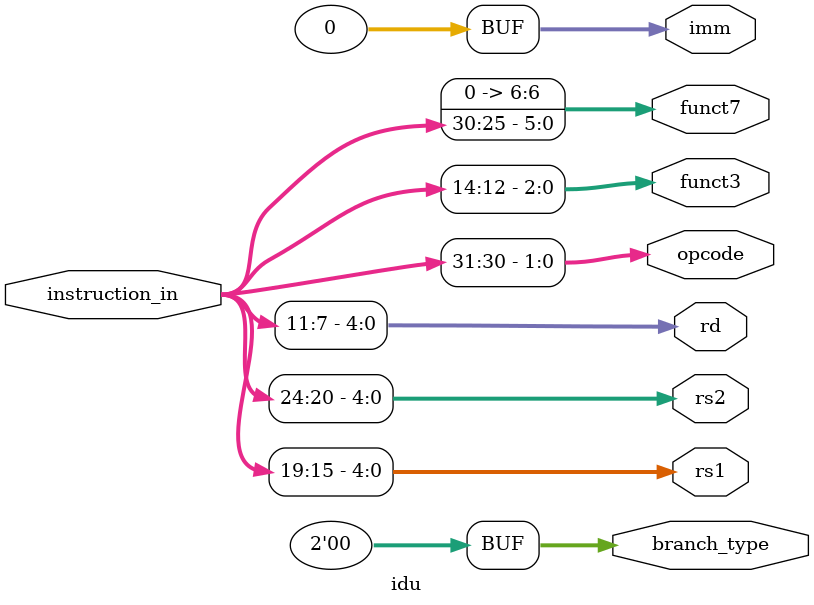
<source format=v>
module pc_counter (
    input      clk,              // 系统时钟信号
    input      rst_n,            // 异步复位信号（低电平有效）
    input      [31:0] next_pc,   // 下一程序计数器值
    output reg [31:0] pc_out     // 当前程序计数器值
);

// 程序计数器寄存器
always @(posedge clk or negedge rst_n) begin
    if (!rst_n) begin
        pc_out <= 32'h0;        // 复位时清零
    end else begin
        pc_out <= next_pc;      // 正常运行时更新PC
    end
end

endmodule

// alu.v
// Arithmetic Logic Unit module for RISC-V CPU core
// This module implements the arithmetic and logical operations required by the RV32I instruction set
module alu (
    input      [31:0] a,         // 第一个操作数
    input      [31:0] b,         // 第二个操作数
    input      [3:0] alu_op,     // ALU操作码
    output reg [31:0] result,    // ALU结果
    output reg zero              // 零标志
);

// ALU操作定义
// 0000: ADD
// 0001: SUB
// 0010: AND
// 0011: OR
// 0100: XOR
// 0101: SLL
// 0110: SRL
// 0111: SRA
// 1000: SLT
// 1001: SLTU

always @(a, b, alu_op) begin
    case (alu_op)
        4'b0000: result = a + b;
        4'b0001: result = a - b;
        4'b0010: result = a & b;
        4'b0011: result = a | b;
        4'b0100: result = a ^ b;
        4'b0101: result = a << b[4:0];  // SLL
        4'b0110: result = a >> b[4:0];  // SRL
        4'b0111: result = $signed(a) >>> b[4:0];  // SRA
        4'b1000: result = (a < b) ? 1 : 0;  // SLT
        4'b1001: result = (a < b) ? 1 : 0;  // SLTU
        default: result = 32'h0;
    endcase

    // 计算零标志
    zero = (result == 32'h0);
end

endmodule

// regfile.v
// Register File module for RISC-V CPU core
// This module implements the 32x32-bit register file
module regfile (
    input      clk,              // 系统时钟信号
    input      rst_n,            // 异步复位信号（低电平有效）
    input      [4:0] rs1,        // 第一个源寄存器地址
    input      [4:0] rs2,        // 第二个源寄存器地址
    input      [4:0] rd,         // 目标寄存器地址
    input      [31:0] data_in,   // 写入数据
    output reg [31:0] data_out1, // 第一个源寄存器输出
    output reg [31:0] data_out2, // 第二个源寄存器输出
    output reg [31:0] regfile_data // 用于ALU的寄存器数据
);

// 寄存器文件存储
reg [31:0] registers [0:31]; // 32个32位寄存器

// 读取寄存器
always @(posedge clk or negedge rst_n) begin
    if (!rst_n) begin
        data_out1 <= 32'h0;
        data_out2 <= 32'h0;
        regfile_data <= 32'h0;
    end else begin
        data_out1 <= registers[rs1];
        data_out2 <= registers[rs2];
        regfile_data <= registers[rd]; // 用于ALU的寄存器数据
    end
end

// 写入寄存器
always @(posedge clk or negedge rst_n) begin
    if (!rst_n) begin
        // 复位时清零所有寄存器
        integer i;
        for (i = 0; i < 32; i = i + 1) begin
            registers[i] <= 32'h0;
        end
    end else begin
        // 只有当rd不是0时才写入
        if (rd != 5'b0) begin
            registers[rd] <= data_in;
        end
    end
end

endmodule

// ifu.v
// Instruction Fetch Unit module for RISC-V CPU core
// This module implements the instruction fetch functionality
module ifu (
    input      clk,              // 系统时钟信号
    input      rst_n,            // 异步复位信号（低电平有效）
    input      [31:0] pc_in,     // 程序计数器输入
    output reg [31:0] instruction_out,  // 指令输出
    output reg [31:0] pc_out     // 程序计数器输出
);

// 指令内存（简化为寄存器）
reg [31:0] instruction_mem [0:1023]; // 假设指令内存大小为1KB

// 指令获取逻辑
always @(posedge clk or negedge rst_n) begin
    if (!rst_n) begin
        pc_out <= 32'h0;
        instruction_out <= 32'h0;
    end else begin
        // 从指令内存读取指令
        instruction_out <= instruction_mem[pc_in[31:2]]; // 假设4字节对齐
        
        // 更新程序计数器
        pc_out <= pc_in + 4;
    end
end

endmodule

// idu.v
// Instruction Decode Unit module for RISC-V CPU core
// This module implements the instruction decode functionality
module idu (
    input      [31:0] instruction_in,  // 指令输入
    output reg [4:0] rs1,        // 第一个源寄存器地址
    output reg [4:0] rs2,        // 第二个源寄存器地址
    output reg [4:0] rd,         // 目标寄存器地址
    output reg [31:0] imm,        // 立即数
    output reg [1:0] opcode,     // 操作码
    output reg [2:0] funct3,     // 功能字段
    output reg [6:0] funct7,     // 功能字段
    output reg [1:0] branch_type // 分支类型
);

// 指令解码逻辑
always @(instruction_in) begin
    opcode <= instruction_in[31:30];
    funct3 <= instruction_in[14:12];
    funct7 <= instruction_in[30:25];
    rs1 <= instruction_in[19:15];
    rs2 <= instruction_in[24:20];
    rd <= instruction_in[11:7];
    
    // 根据操作码提取立即数
    case (opcode)
        2'b00: begin // R型指令
            imm <= 32'h0;
        end
        2'b01: begin // I型指令
            imm <= {{20{instruction_in[31]}}, instruction_in[31:20]};
        end
        2'b10: begin // S型指令
            imm <= {{20{instruction_in[31]}}, instruction_in[31:25], instruction_in[11:7]};
        end
        2'b11: begin // B型指令
            imm <= {{20{instruction_in[31]}}, instruction_in[7], instruction_in[30:25], instruction_in[11:8], 1'b0};
        end
        default: begin
            imm <= 32'h0;
        end
    endcase
    
    // 设置分支类型
    case (opcode)
        2'b11: begin // B型指令
            branch_type <= 2'b00; // BEQ
            if (funct3 == 3'b000) branch_type <= 2'b00; // BEQ
            else if (funct3 == 3'b001) branch_type <= 2'b01; // BNE
            else if (funct3 == 3'b100) branch_type <= 2'b10; // BLT
            else if (funct3 == 3'b101) branch_type <= 2'b11; // BGE
        end
        default: begin
            branch_type <= 2'b00;
        end
    endcase
end

endmodule
</source>
